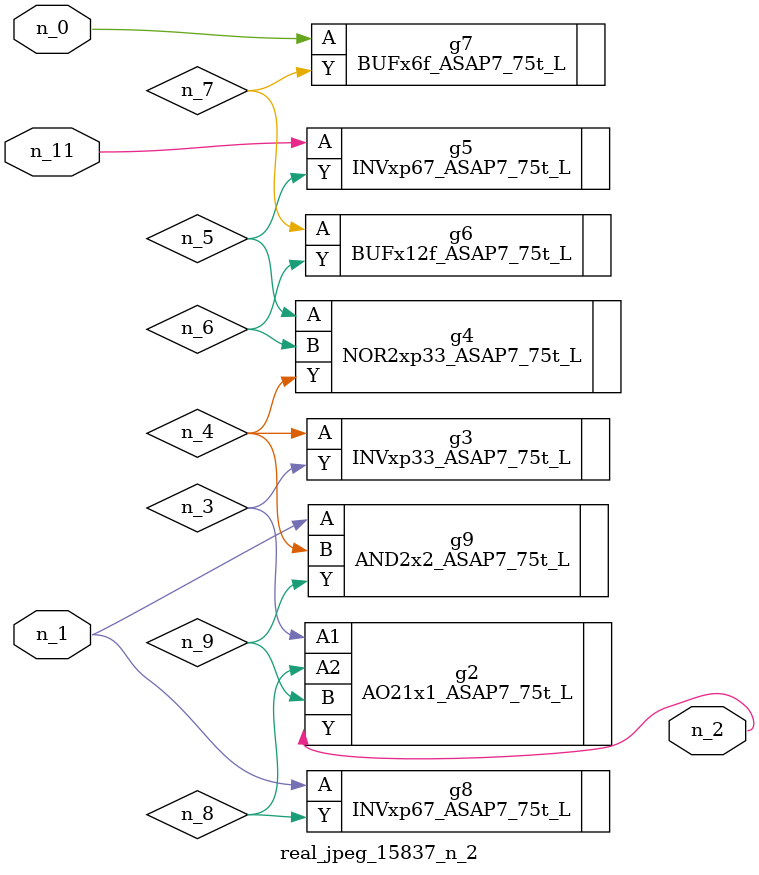
<source format=v>
module real_jpeg_15837_n_2 (n_1, n_11, n_0, n_2);

input n_1;
input n_11;
input n_0;

output n_2;

wire n_5;
wire n_8;
wire n_4;
wire n_6;
wire n_7;
wire n_3;
wire n_9;

BUFx6f_ASAP7_75t_L g7 ( 
.A(n_0),
.Y(n_7)
);

INVxp67_ASAP7_75t_L g8 ( 
.A(n_1),
.Y(n_8)
);

AND2x2_ASAP7_75t_L g9 ( 
.A(n_1),
.B(n_4),
.Y(n_9)
);

AO21x1_ASAP7_75t_L g2 ( 
.A1(n_3),
.A2(n_8),
.B(n_9),
.Y(n_2)
);

INVxp33_ASAP7_75t_L g3 ( 
.A(n_4),
.Y(n_3)
);

NOR2xp33_ASAP7_75t_L g4 ( 
.A(n_5),
.B(n_6),
.Y(n_4)
);

BUFx12f_ASAP7_75t_L g6 ( 
.A(n_7),
.Y(n_6)
);

INVxp67_ASAP7_75t_L g5 ( 
.A(n_11),
.Y(n_5)
);


endmodule
</source>
